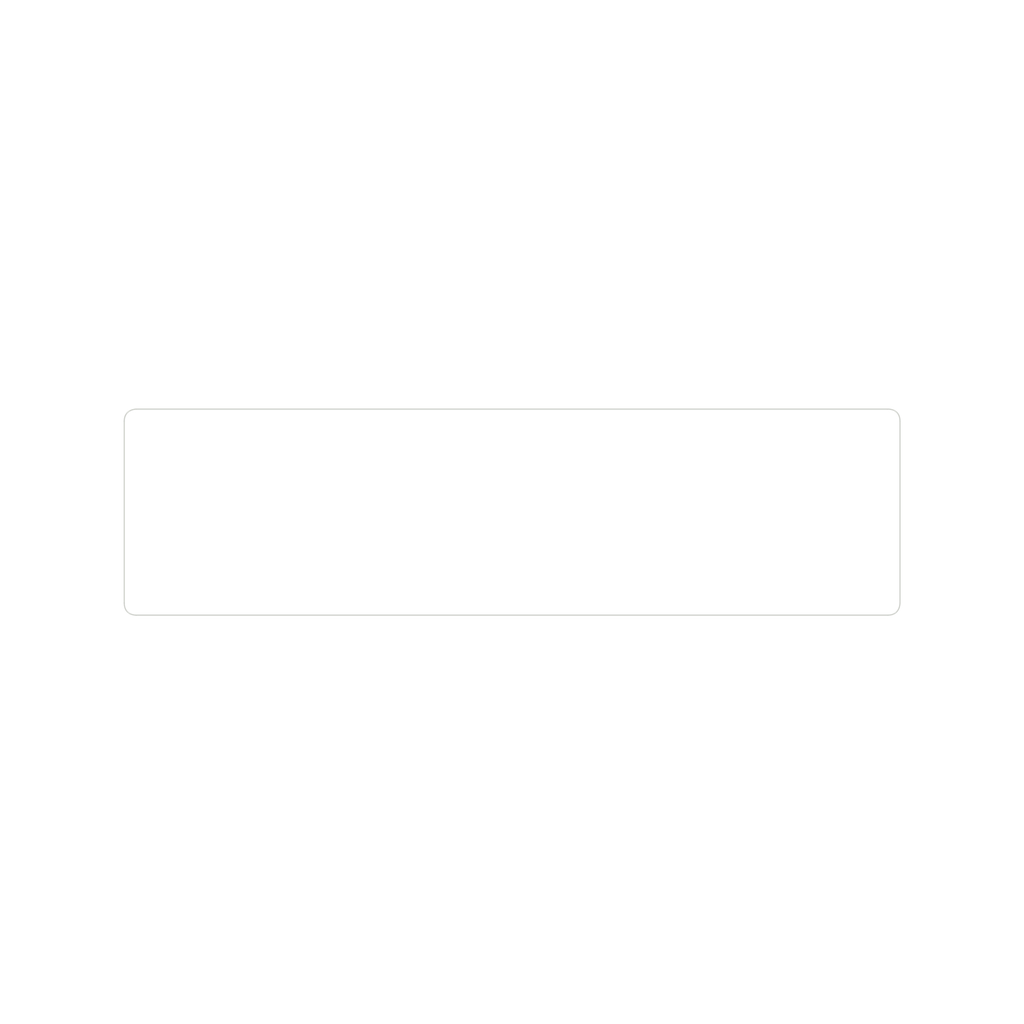
<source format=kicad_pcb>
(kicad_pcb
	(version 20241229)
	(generator "pcbnew")
	(generator_version "9.0")
	(general
		(thickness 1.6)
		(legacy_teardrops no)
	)
	(paper "A4")
	(layers
		(0 "F.Cu" signal)
		(4 "In1.Cu" signal)
		(6 "In2.Cu" signal)
		(2 "B.Cu" signal)
		(9 "F.Adhes" user "F.Adhesive")
		(11 "B.Adhes" user "B.Adhesive")
		(13 "F.Paste" user)
		(15 "B.Paste" user)
		(5 "F.SilkS" user "F.Silkscreen")
		(7 "B.SilkS" user "B.Silkscreen")
		(1 "F.Mask" user)
		(3 "B.Mask" user)
		(17 "Dwgs.User" user "User.Drawings")
		(19 "Cmts.User" user "User.Comments")
		(21 "Eco1.User" user "User.Eco1")
		(23 "Eco2.User" user "User.Eco2")
		(25 "Edge.Cuts" user)
		(27 "Margin" user)
		(31 "F.CrtYd" user "F.Courtyard")
		(29 "B.CrtYd" user "B.Courtyard")
		(35 "F.Fab" user)
		(33 "B.Fab" user)
		(39 "User.1" user)
		(41 "User.2" user)
		(43 "User.3" user)
		(45 "User.4" user)
	)
	(setup
		(stackup
			(layer "F.SilkS"
				(type "Top Silk Screen")
			)
			(layer "F.Paste"
				(type "Top Solder Paste")
			)
			(layer "F.Mask"
				(type "Top Solder Mask")
				(thickness 0.01)
			)
			(layer "F.Cu"
				(type "copper")
				(thickness 0.035)
			)
			(layer "dielectric 1"
				(type "prepreg")
				(thickness 0.2)
				(material "FR4")
				(epsilon_r 4.5)
				(loss_tangent 0.02)
			)
			(layer "In1.Cu"
				(type "copper")
				(thickness 0.035)
			)
			(layer "dielectric 2"
				(type "core")
				(thickness 1.04)
				(material "FR4")
				(epsilon_r 4.5)
				(loss_tangent 0.02)
			)
			(layer "In2.Cu"
				(type "copper")
				(thickness 0.035)
			)
			(layer "dielectric 3"
				(type "prepreg")
				(thickness 0.2)
				(material "FR4")
				(epsilon_r 4.5)
				(loss_tangent 0.02)
			)
			(layer "B.Cu"
				(type "copper")
				(thickness 0.035)
			)
			(layer "B.Mask"
				(type "Bottom Solder Mask")
				(thickness 0.01)
			)
			(layer "B.Paste"
				(type "Bottom Solder Paste")
			)
			(layer "B.SilkS"
				(type "Bottom Silk Screen")
			)
			(copper_finish "None")
			(dielectric_constraints no)
		)
		(pad_to_mask_clearance 0)
		(allow_soldermask_bridges_in_footprints no)
		(tenting front back)
		(pcbplotparams
			(layerselection 0x00000000_00000000_55555555_5755f5ff)
			(plot_on_all_layers_selection 0x00000000_00000000_00000000_00000000)
			(disableapertmacros no)
			(usegerberextensions yes)
			(usegerberattributes yes)
			(usegerberadvancedattributes no)
			(creategerberjobfile no)
			(dashed_line_dash_ratio 12.000000)
			(dashed_line_gap_ratio 3.000000)
			(svgprecision 4)
			(plotframeref no)
			(mode 1)
			(useauxorigin yes)
			(hpglpennumber 1)
			(hpglpenspeed 20)
			(hpglpendiameter 15.000000)
			(pdf_front_fp_property_popups yes)
			(pdf_back_fp_property_popups yes)
			(pdf_metadata yes)
			(pdf_single_document no)
			(dxfpolygonmode yes)
			(dxfimperialunits yes)
			(dxfusepcbnewfont yes)
			(psnegative no)
			(psa4output no)
			(plot_black_and_white yes)
			(plotinvisibletext no)
			(sketchpadsonfab no)
			(plotpadnumbers no)
			(hidednponfab no)
			(sketchdnponfab yes)
			(crossoutdnponfab yes)
			(subtractmaskfromsilk yes)
			(outputformat 1)
			(mirror no)
			(drillshape 0)
			(scaleselection 1)
			(outputdirectory "gerber/")
		)
	)
	(net 0 "")
	(gr_arc
		(start 160.499999 130)
		(mid 160.353552 130.353553)
		(end 159.999999 130.5)
		(stroke
			(width 0.5)
			(type default)
		)
		(layer "F.Paste")
		(uuid "00412d76-b2a4-4a3f-a793-01f36c00f6da")
	)
	(gr_arc
		(start 89.499999 94)
		(mid 89.146446 93.853553)
		(end 88.999999 93.5)
		(stroke
			(width 0.5)
			(type default)
		)
		(layer "F.Paste")
		(uuid "038f9a6f-a3bf-4677-a880-cf0248617dc6")
	)
	(gr_arc
		(start 89.499999 70)
		(mid 89.146446 69.853553)
		(end 88.999999 69.5)
		(stroke
			(width 0.5)
			(type default)
		)
		(layer "F.Paste")
		(uuid "03a6089a-0e37-4ccb-80f3-aab8cde74f70")
	)
	(gr_arc
		(start 172.999999 57.5)
		(mid 172.853552 57.853553)
		(end 172.499999 58)
		(stroke
			(width 0.5)
			(type default)
		)
		(layer "F.Paste")
		(uuid "03f6242e-506a-4d60-8284-c8f9d35d237a")
	)
	(gr_arc
		(start 161.499999 47)
		(mid 161.646446 46.646447)
		(end 161.999999 46.5)
		(stroke
			(width 0.5)
			(type default)
		)
		(layer "F.Paste")
		(uuid "041c7cc4-0b7e-4ee7-ae69-5363252fc6c5")
	)
	(gr_line
		(start 149.999999 130.5)
		(end 159.999999 130.5)
		(stroke
			(width 0.5)
			(type default)
		)
		(layer "F.Paste")
		(uuid "04a49d8d-c10f-4222-bea5-257de464b846")
	)
	(gr_circle
		(center 150.374999 49.75)
		(end 150.874999 49.75)
		(stroke
			(width 1)
			(type default)
		)
		(fill no)
		(layer "F.Paste")
		(uuid "05c38069-d949-4962-bffd-8ef43c5752f1")
	)
	(gr_circle
		(center 130.999999 49.75)
		(end 131.499999 49.75)
		(stroke
			(width 1)
			(type default)
		)
		(fill no)
		(layer "F.Paste")
		(uuid "0dc706bb-f31a-4daf-b0d3-cdf3cc935c40")
	)
	(gr_arc
		(start 172.999999 129.5)
		(mid 172.707106 130.207107)
		(end 171.999999 130.5)
		(stroke
			(width 0.5)
			(type default)
		)
		(layer "F.Paste")
		(uuid "10c58223-07ef-4001-8277-7e0e703ab16f")
	)
	(gr_line
		(start 172.999999 107.5)
		(end 172.999999 117.5)
		(stroke
			(width 0.5)
			(type default)
		)
		(layer "F.Paste")
		(uuid "130ec815-753f-4fcb-92cf-1ec84bcddffc")
	)
	(gr_circle
		(center 169.749999 88.5)
		(end 170.249999 88.5)
		(stroke
			(width 1)
			(type default)
		)
		(fill no)
		(layer "F.Paste")
		(uuid "161cec51-c984-4028-aa11-52ef864b215c")
	)
	(gr_arc
		(start 172.499999 119)
		(mid 172.853552 119.146447)
		(end 172.999999 119.5)
		(stroke
			(width 0.5)
			(type default)
		)
		(layer "F.Paste")
		(uuid "199b85d2-4438-4c65-b94f-fc006fff5fa2")
	)
	(gr_arc
		(start 88.999999 119.5)
		(mid 89.146446 119.146447)
		(end 89.499999 119)
		(stroke
			(width 0.5)
			(type default)
		)
		(layer "F.Paste")
		(uuid "1d3fbd5c-537c-45e0-be99-d1552047c662")
	)
	(gr_arc
		(start 100.499999 130)
		(mid 100.353552 130.353553)
		(end 99.999999 130.5)
		(stroke
			(width 0.5)
			(type default)
		)
		(layer "F.Paste")
		(uuid "2056e384-107a-4dc3-8c3e-23a663b31fb0")
	)
	(gr_line
		(start 88.999999 71.5)
		(end 88.999999 81.5)
		(stroke
			(width 0.5)
			(type default)
		)
		(layer "F.Paste")
		(uuid "23d7a30b-9a57-46e8-a10a-10282bf6746f")
	)
	(gr_arc
		(start 125.499999 47)
		(mid 125.646446 46.646447)
		(end 125.999999 46.5)
		(stroke
			(width 0.5)
			(type default)
		)
		(layer "F.Paste")
		(uuid "24232509-2c51-4df4-a446-5d7772a1ccdc")
	)
	(gr_line
		(start 161.999999 130.5)
		(end 171.999999 130.5)
		(stroke
			(width 0.5)
			(type default)
		)
		(layer "F.Paste")
		(uuid "25d68fe7-3b5c-4a4d-9b0f-a5e032973da7")
	)
	(gr_arc
		(start 113.999999 130.5)
		(mid 113.646446 130.353553)
		(end 113.499999 130)
		(stroke
			(width 0.5)
			(type default)
		)
		(layer "F.Paste")
		(uuid "2a5a92db-590b-4627-b07a-44591e2a02e2")
	)
	(gr_circle
		(center 92.249999 127.25)
		(end 92.774999 127.25)
		(stroke
			(width 1.05)
			(type default)
		)
		(fill no)
		(layer "F.Paste")
		(uuid "322c9ab1-1db7-4c8e-add1-b87a5dbb6b49")
	)
	(gr_arc
		(start 88.999999 71.5)
		(mid 89.146446 71.146447)
		(end 89.499999 71)
		(stroke
			(width 0.5)
			(type default)
		)
		(layer "F.Paste")
		(uuid "342cc330-f776-4a5f-92de-5ce910cc3325")
	)
	(gr_arc
		(start 137.499999 47)
		(mid 137.646446 46.646447)
		(end 137.999999 46.5)
		(stroke
			(width 0.5)
			(type default)
		)
		(layer "F.Paste")
		(uuid "3725c120-5e27-4ea9-9c03-a57e3fa9724e")
	)
	(gr_line
		(start 113.999999 130.5)
		(end 123.999999 130.5)
		(stroke
			(width 0.5)
			(type default)
		)
		(layer "F.Paste")
		(uuid "3825cc8d-1d82-483f-b4d0-5035abd48dc6")
	)
	(gr_arc
		(start 149.999999 130.5)
		(mid 149.646446 130.353553)
		(end 149.499999 130)
		(stroke
			(width 0.5)
			(type default)
		)
		(layer "F.Paste")
		(uuid "39a67eb1-dac5-46be-8eb2-0acbd26ea604")
	)
	(gr_line
		(start 172.999999 119.5)
		(end 172.999999 129.5)
		(stroke
			(width 0.5)
			(type default)
		)
		(layer "F.Paste")
		(uuid "3c85c114-2198-4e23-b5eb-add19eeae280")
	)
	(gr_arc
		(start 88.999999 59.5)
		(mid 89.146446 59.146447)
		(end 89.499999 59)
		(stroke
			(width 0.5)
			(type default)
		)
		(layer "F.Paste")
		(uuid "40371d7a-5cd5-4375-bc5e-1d514c99ed60")
	)
	(gr_arc
		(start 88.999999 83.5)
		(mid 89.146446 83.146447)
		(end 89.499999 83)
		(stroke
			(width 0.5)
			(type default)
		)
		(layer "F.Paste")
		(uuid "4121ffe3-41dc-41db-8e19-c0241e521a3f")
	)
	(gr_circle
		(center 92.249999 69.125)
		(end 92.749999 69.125)
		(stroke
			(width 1)
			(type default)
		)
		(fill no)
		(layer "F.Paste")
		(uuid "43152878-b02c-477b-b52a-95ec4c6201c4")
	)
	(gr_arc
		(start 172.499999 107)
		(mid 172.853552 107.146447)
		(end 172.999999 107.5)
		(stroke
			(width 0.5)
			(type default)
		)
		(layer "F.Paste")
		(uuid "452e5951-1af1-45b4-a705-34ba0e99a0a3")
	)
	(gr_line
		(start 89.999999 130.5)
		(end 99.999999 130.5)
		(stroke
			(width 0.5)
			(type default)
		)
		(layer "F.Paste")
		(uuid "45e91634-85c0-4fd0-9c4f-5d1eeadda7dc")
	)
	(gr_line
		(start 172.999999 59.5)
		(end 172.999999 69.5)
		(stroke
			(width 0.5)
			(type default)
		)
		(layer "F.Paste")
		(uuid "46cf8703-9e05-4f49-bbe0-73306b520bfa")
	)
	(gr_arc
		(start 149.499999 47)
		(mid 149.646446 46.646447)
		(end 149.999999 46.5)
		(stroke
			(width 0.5)
			(type default)
		)
		(layer "F.Paste")
		(uuid "476d21e5-82ca-43db-8ea0-e9fe663a3dd3")
	)
	(gr_arc
		(start 123.999999 46.5)
		(mid 124.353552 46.646447)
		(end 124.499999 47)
		(stroke
			(width 0.5)
			(type default)
		)
		(layer "F.Paste")
		(uuid "4e534d3b-20a9-43c0-85aa-07fc0ecd9dcd")
	)
	(gr_circle
		(center 92.249999 88.5)
		(end 92.749999 88.5)
		(stroke
			(width 1)
			(type default)
		)
		(fill no)
		(layer "F.Paste")
		(uuid "52951931-ce1d-419e-9d56-defbf3cc5929")
	)
	(gr_circle
		(center 111.624999 49.75)
		(end 112.124999 49.75)
		(stroke
			(width 1)
			(type default)
		)
		(fill no)
		(layer "F.Paste")
		(uuid "5318ccd7-2777-467f-931c-ed614d9b11f6")
	)
	(gr_circle
		(center 169.749999 49.75)
		(end 170.274999 49.75)
		(stroke
			(width 1.05)
			(type default)
		)
		(fill no)
		(layer "F.Paste")
		(uuid "560a10c3-1105-4439-bf0a-90e31cc43752")
	)
	(gr_circle
		(center 130.999999 127.25)
		(end 131.499999 127.25)
		(stroke
			(width 1)
			(type default)
		)
		(fill no)
		(layer "F.Paste")
		(uuid "56e8a86f-629d-4e9b-8b95-f9cb6c91835b")
	)
	(gr_circle
		(center 169.749999 127.25)
		(end 170.274999 127.25)
		(stroke
			(width 1.05)
			(type default)
		)
		(fill no)
		(layer "F.Paste")
		(uuid "580b7f99-ba1b-41a3-b619-6b7307aed523")
	)
	(gr_arc
		(start 172.999999 105.5)
		(mid 172.853552 105.853553)
		(end 172.499999 106)
		(stroke
			(width 0.5)
			(type default)
		)
		(layer "F.Paste")
		(uuid "5e3577e7-5452-4c42-8582-3819849ab1ff")
	)
	(gr_arc
		(start 101.499999 47)
		(mid 101.646446 46.646447)
		(end 101.999999 46.5)
		(stroke
			(width 0.5)
			(type default)
		)
		(layer "F.Paste")
		(uuid "6735d5db-4abf-4239-a762-3aca3ffddc74")
	)
	(gr_line
		(start 137.999999 130.5)
		(end 147.999999 130.5)
		(stroke
			(width 0.5)
			(type default)
		)
		(layer "F.Paste")
		(uuid "6a90e29b-bf81-40bd-a316-2bc1f3c542b5")
	)
	(gr_arc
		(start 171.999999 46.5)
		(mid 172.707106 46.792893)
		(end 172.999999 47.5)
		(stroke
			(width 0.5)
			(type default)
		)
		(layer "F.Paste")
		(uuid "6e73be95-3c62-44db-af03-9d64a8d96402")
	)
	(gr_arc
		(start 172.499999 83)
		(mid 172.853552 83.146447)
		(end 172.999999 83.5)
		(stroke
			(width 0.5)
			(type default)
		)
		(layer "F.Paste")
		(uuid "6ed7a51a-b19d-4e76-8a6c-e5844d883e8f")
	)
	(gr_arc
		(start 125.999999 130.5)
		(mid 125.646446 130.353553)
		(end 125.499999 130)
		(stroke
			(width 0.5)
			(type default)
		)
		(layer "F.Paste")
		(uuid "72d22904-bff7-4a6b-b61d-cd4d4198ce34")
	)
	(gr_line
		(start 149.999999 46.5)
		(end 159.999999 46.5)
		(stroke
			(width 0.5)
			(type default)
		)
		(layer "F.Paste")
		(uuid "7934fbc0-0297-4aa0-ab3f-3ee58144a5fd")
	)
	(gr_arc
		(start 88.999999 47.5)
		(mid 89.292892 46.792893)
		(end 89.999999 46.5)
		(stroke
			(width 0.5)
			(type default)
		)
		(layer "F.Paste")
		(uuid "7a580ec8-e3c9-4f65-ad23-ccc08e40568c")
	)
	(gr_arc
		(start 136.499999 130)
		(mid 136.353552 130.353553)
		(end 135.999999 130.5)
		(stroke
			(width 0.5)
			(type default)
		)
		(layer "F.Paste")
		(uuid "7a91d2fe-5c51-4d77-853d-3c9522153bc6")
	)
	(gr_line
		(start 137.999999 46.5)
		(end 147.999999 46.5)
		(stroke
			(width 0.5)
			(type default)
		)
		(layer "F.Paste")
		(uuid "823aa4c7-3f97-4636-96dd-7c8de8ef2f2b")
	)
	(gr_arc
		(start 147.999999 46.5)
		(mid 148.353552 46.646447)
		(end 148.499999 47)
		(stroke
			(width 0.5)
			(type default)
		)
		(layer "F.Paste")
		(uuid "84b6157d-a28c-4143-8812-8e969a909cba")
	)
	(gr_arc
		(start 137.999999 130.5)
		(mid 137.646446 130.353553)
		(end 137.499999 130)
		(stroke
			(width 0.5)
			(type default)
		)
		(layer "F.Paste")
		(uuid "866da706-aa4b-42d4-a661-2c2e33233527")
	)
	(gr_arc
		(start 172.499999 95)
		(mid 172.853552 95.146447)
		(end 172.999999 95.5)
		(stroke
			(width 0.5)
			(type default)
		)
		(layer "F.Paste")
		(uuid "8941777b-e780-4180-acd3-54c5e276697d")
	)
	(gr_arc
		(start 89.999999 130.5)
		(mid 89.292892 130.207107)
		(end 88.999999 129.5)
		(stroke
			(width 0.5)
			(type default)
		)
		(layer "F.Paste")
		(uuid "8cd97192-7bcf-4e2b-8d91-ab03c6ae85b0")
	)
	(gr_arc
		(start 101.999999 130.5)
		(mid 101.646446 130.353553)
		(end 101.499999 130)
		(stroke
			(width 0.5)
			(type default)
		)
		(layer "F.Paste")
		(uuid "8d5c3279-4275-4f5d-9614-7e6af3592c7c")
	)
	(gr_arc
		(start 172.999999 93.5)
		(mid 172.853552 93.853553)
		(end 172.499999 94)
		(stroke
			(width 0.5)
			(type default)
		)
		(layer "F.Paste")
		(uuid "8fc2f464-19e2-418c-b708-ad21cc75216a")
	)
	(gr_line
		(start 125.999999 46.5)
		(end 135.999999 46.5)
		(stroke
			(width 0.5)
			(type default)
		)
		(layer "F.Paste")
		(uuid "90e6b101-3cd9-4b48-9eb2-d28cd3cde3f6")
	)
	(gr_circle
		(center 92.249999 107.875)
		(end 92.749999 107.875)
		(stroke
			(width 1)
			(type default)
		)
		(fill no)
		(layer "F.Paste")
		(uuid "9316738a-8990-4418-930c-0e8a40413c9e")
	)
	(gr_arc
		(start 112.499999 130)
		(mid 112.353552 130.353553)
		(end 111.999999 130.5)
		(stroke
			(width 0.5)
			(type default)
		)
		(layer "F.Paste")
		(uuid "982cc211-6ce1-41c0-87ce-96220c39fe9b")
	)
	(gr_arc
		(start 148.499999 130)
		(mid 148.353552 130.353553)
		(end 147.999999 130.5)
		(stroke
			(width 0.5)
			(type default)
		)
		(layer "F.Paste")
		(uuid "9848eb2e-62bf-4f79-ab7b-536d303e9b40")
	)
	(gr_arc
		(start 88.999999 107.5)
		(mid 89.146446 107.146447)
		(end 89.499999 107)
		(stroke
			(width 0.5)
			(type default)
		)
		(layer "F.Paste")
		(uuid "a43b5590-2962-4601-a978-7ec1a275ef9b")
	)
	(gr_line
		(start 88.999999 59.5)
		(end 88.999999 69.5)
		(stroke
			(width 0.5)
			(type default)
		)
		(layer "F.Paste")
		(uuid "a723ca3e-df95-4108-bd6e-08028aeb0ace")
	)
	(gr_arc
		(start 89.499999 118)
		(mid 89.146446 117.853553)
		(end 88.999999 117.5)
		(stroke
			(width 0.5)
			(type default)
		)
		(layer "F.Paste")
		(uuid "ac1fcc62-4721-45ae-9377-7f47bd7598fe")
	)
	(gr_circle
		(center 169.749999 107.875)
		(end 170.249999 107.875)
		(stroke
			(width 1)
			(type default)
		)
		(fill no)
		(layer "F.Paste")
		(uuid "ad51b0d3-2579-432a-9c82-aecac5728321")
	)
	(gr_line
		(start 88.999999 47.5)
		(end 88.999999 57.5)
		(stroke
			(width 0.5)
			(type default)
		)
		(layer "F.Paste")
		(uuid "b3e2d6b8-712e-4eb1-b16c-93c48ee8e852")
	)
	(gr_line
		(start 88.999999 119.5)
		(end 88.999999 129.5)
		(stroke
			(width 0.5)
			(type default)
		)
		(layer "F.Paste")
		(uuid "b4806e8b-e6fe-40a1-aa7e-79ebd99a38e4")
	)
	(gr_line
		(start 172.999999 83.5)
		(end 172.999999 93.5)
		(stroke
			(width 0.5)
			(type default)
		)
		(layer "F.Paste")
		(uuid "b5588736-0895-4273-94e9-946319c32a2d")
	)
	(gr_line
		(start 172.999999 71.5)
		(end 172.999999 81.5)
		(stroke
			(width 0.5)
			(type default)
		)
		(layer "F.Paste")
		(uuid "b65873e2-d956-4e96-836e-ffd991701c5a")
	)
	(gr_line
		(start 161.999999 46.5)
		(end 171.999999 46.5)
		(stroke
			(width 0.5)
			(type default)
		)
		(layer "F.Paste")
		(uuid "b8e92ac2-ac72-46b2-a57e-6bc805769d30")
	)
	(gr_circle
		(center 111.624999 127.25)
		(end 112.124999 127.25)
		(stroke
			(width 1)
			(type default)
		)
		(fill no)
		(layer "F.Paste")
		(uuid "b9609ed4-4532-4846-bb76-459a26133f0c")
	)
	(gr_circle
		(center 92.249999 49.75)
		(end 92.774999 49.75)
		(stroke
			(width 1.05)
			(type default)
		)
		(fill no)
		(layer "F.Paste")
		(uuid "c66ae387-f09d-42be-aa92-e183a45b84b8")
	)
	(gr_line
		(start 125.999999 130.5)
		(end 135.999999 130.5)
		(stroke
			(width 0.5)
			(type default)
		)
		(layer "F.Paste")
		(uuid "c776d5d2-f3fd-4803-ab46-ca7944667d32")
	)
	(gr_arc
		(start 111.999999 46.5)
		(mid 112.353552 46.646447)
		(end 112.499999 47)
		(stroke
			(width 0.5)
			(type default)
		)
		(layer "F.Paste")
		(uuid "ca9c4444-3b08-46bb-a7d3-8bf7441cc2e9")
	)
	(gr_line
		(start 113.999999 46.5)
		(end 123.999999 46.5)
		(stroke
			(width 0.5)
			(type default)
		)
		(layer "F.Paste")
		(uuid "cc3bf7e4-9a3f-4c14-b3c5-267d06264749")
	)
	(gr_circle
		(center 150.374999 127.25)
		(end 150.874999 127.25)
		(stroke
			(width 1)
			(type default)
		)
		(fill no)
		(layer "F.Paste")
		(uuid "cd66a3d5-2877-42d2-a20c-eafd47cb22db")
	)
	(gr_line
		(start 88.999999 107.5)
		(end 88.999999 117.5)
		(stroke
			(width 0.5)
			(type default)
		)
		(layer "F.Paste")
		(uuid "cd8c1b0a-5239-47a3-bdd3-aec2bc745cab")
	)
	(gr_line
		(start 172.999999 95.5)
		(end 172.999999 105.5)
		(stroke
			(width 0.5)
			(type default)
		)
		(layer "F.Paste")
		(uuid "ce009a87-f6ba-4835-83a2-639a0b11efde")
	)
	(gr_arc
		(start 124.499999 130)
		(mid 124.353552 130.353553)
		(end 123.999999 130.5)
		(stroke
			(width 0.5)
			(type default)
		)
		(layer "F.Paste")
		(uuid "d4ab4e41-4a1f-4f73-b7c2-0b08c4f74941")
	)
	(gr_line
		(start 101.999999 46.5)
		(end 111.999999 46.5)
		(stroke
			(width 0.5)
			(type default)
		)
		(layer "F.Paste")
		(uuid "d5881145-57d0-4289-a3ae-bead3b414459")
	)
	(gr_arc
		(start 159.999999 46.5)
		(mid 160.353552 46.646447)
		(end 160.499999 47)
		(stroke
			(width 0.5)
			(type default)
		)
		(layer "F.Paste")
		(uuid "db1d596f-4ee8-47e8-93ad-cdf6b54468f0")
	)
	(gr_line
		(start 101.999999 130.5)
		(end 111.999999 130.5)
		(stroke
			(width 0.5)
			(type default)
		)
		(layer "F.Paste")
		(uuid "e501e78c-cc0a-4a57-8ead-546cefd59867")
	)
	(gr_line
		(start 172.999999 47.5)
		(end 172.999999 57.5)
		(stroke
			(width 0.5)
			(type default)
		)
		(layer "F.Paste")
		(uuid "e69ee9fe-ca76-43ea-8f76-0522f41cf9cd")
	)
	(gr_arc
		(start 99.999999 46.5)
		(mid 100.353552 46.646447)
		(end 100.499999 47)
		(stroke
			(width 0.5)
			(type default)
		)
		(layer "F.Paste")
		(uuid "e89cb35e-fe48-44bf-bb9e-f3de0a5a6c79")
	)
	(gr_arc
		(start 135.999999 46.5)
		(mid 136.353552 46.646447)
		(end 136.499999 47)
		(stroke
			(width 0.5)
			(type default)
		)
		(layer "F.Paste")
		(uuid "e9cb56bf-583a-4961-b4b3-bd115275b485")
	)
	(gr_arc
		(start 88.999999 95.5)
		(mid 89.146446 95.146447)
		(end 89.499999 95)
		(stroke
			(width 0.5)
			(type default)
		)
		(layer "F.Paste")
		(uuid "ea0aa091-df90-4a48-ade0-7827bb9cde2d")
	)
	(gr_arc
		(start 89.499999 106)
		(mid 89.146446 105.853553)
		(end 88.999999 105.5)
		(stroke
			(width 0.5)
			(type default)
		)
		(layer "F.Paste")
		(uuid "ea6d9ed3-75fd-4bd6-89ab-6b766daf03f3")
	)
	(gr_line
		(start 88.999999 95.5)
		(end 88.999999 105.5)
		(stroke
			(width 0.5)
			(type default)
		)
		(layer "F.Paste")
		(uuid "ea82c36f-e5f9-4986-ad80-e1aca87928f1")
	)
	(gr_line
		(start 89.999999 46.5)
		(end 99.999999 46.5)
		(stroke
			(width 0.5)
			(type default)
		)
		(layer "F.Paste")
		(uuid "eacfefea-52e8-4aeb-a5e7-9f08ea095ea0")
	)
	(gr_arc
		(start 172.999999 69.5)
		(mid 172.853552 69.853553)
		(end 172.499999 70)
		(stroke
			(width 0.5)
			(type default)
		)
		(layer "F.Paste")
		(uuid "ee894313-fa46-4afb-aa56-71ccd468e609")
	)
	(gr_line
		(start 88.999999 83.5)
		(end 88.999999 93.5)
		(stroke
			(width 0.5)
			(type default)
		)
		(layer "F.Paste")
		(uuid "f42142ff-fa3f-4891-9206-71e8e370e40e")
	)
	(gr_arc
		(start 161.999999 130.5)
		(mid 161.646446 130.353553)
		(end 161.499999 130)
		(stroke
			(width 0.5)
			(type default)
		)
		(layer "F.Paste")
		(uuid "f4557add-689e-428d-90e4-1654ed7cb902")
	)
	(gr_arc
		(start 113.499999 47)
		(mid 113.646446 46.646447)
		(end 113.999999 46.5)
		(stroke
			(width 0.5)
			(type default)
		)
		(layer "F.Paste")
		(uuid "f7f07d71-7fbf-4d24-85b0-9a9f5a360717")
	)
	(gr_circle
		(center 169.749999 69.125)
		(end 170.249999 69.125)
		(stroke
			(width 1)
			(type default)
		)
		(fill no)
		(layer "F.Paste")
		(uuid "f82d95f5-d0f5-4566-a7af-9408c29af930")
	)
	(gr_arc
		(start 172.499999 71)
		(mid 172.853552 71.146447)
		(end 172.999999 71.5)
		(stroke
			(width 0.5)
			(type default)
		)
		(layer "F.Paste")
		(uuid "f942ded9-2f4e-430f-8af0-16fee550342d")
	)
	(gr_arc
		(start 172.999999 117.5)
		(mid 172.853552 117.853553)
		(end 172.499999 118)
		(stroke
			(width 0.5)
			(type default)
		)
		(layer "F.Paste")
		(uuid "f95891be-76c0-420a-a586-466621de099b")
	)
	(gr_arc
		(start 89.499999 82)
		(mid 89.146446 81.853553)
		(end 88.999999 81.5)
		(stroke
			(width 0.5)
			(type default)
		)
		(layer "F.Paste")
		(uuid "f9ae28aa-5bea-4193-9c9a-f1bc82a86780")
	)
	(gr_arc
		(start 89.499999 58)
		(mid 89.146446 57.853553)
		(end 88.999999 57.5)
		(stroke
			(width 0.5)
			(type default)
		)
		(layer "F.Paste")
		(uuid "fa01b66c-f681-4b54-a29a-80d3f1af7203")
	)
	(gr_arc
		(start 172.499999 59)
		(mid 172.853552 59.146447)
		(end 172.999999 59.5)
		(stroke
			(width 0.5)
			(type default)
		)
		(layer "F.Paste")
		(uuid "fb170234-57b2-4307-9e47-f5b9bc53a133")
	)
	(gr_arc
		(start 172.999999 81.5)
		(mid 172.853552 81.853553)
		(end 172.499999 82)
		(stroke
			(width 0.5)
			(type default)
		)
		(layer "F.Paste")
		(uuid "ff5ae757-630d-47e7-86f9-41954bbfa1dd")
	)
	(gr_arc
		(start 172.999999 129.5)
		(mid 172.707106 130.207107)
		(end 171.999999 130.5)
		(stroke
			(width 0.5)
			(type default)
		)
		(layer "B.Paste")
		(uuid "01d616c8-2937-4050-973d-6045703e7748")
	)
	(gr_arc
		(start 172.999999 117.5)
		(mid 172.853552 117.853553)
		(end 172.499999 118)
		(stroke
			(width 0.5)
			(type default)
		)
		(layer "B.Paste")
		(uuid "04c1a9ae-6271-4356-bc05-0f0bff40a731")
	)
	(gr_arc
		(start 88.999999 95.5)
		(mid 89.146446 95.146447)
		(end 89.499999 95)
		(stroke
			(width 0.5)
			(type default)
		)
		(layer "B.Paste")
		(uuid "05ecc703-638e-498b-b0b5-4376fbe28f82")
	)
	(gr_line
		(start 88.999999 119.5)
		(end 88.999999 129.5)
		(stroke
			(width 0.5)
			(type default)
		)
		(layer "B.Paste")
		(uuid "09533e89-bafb-4c9d-a694-c259548bf602")
	)
	(gr_arc
		(start 111.999999 46.5)
		(mid 112.353552 46.646447)
		(end 112.499999 47)
		(stroke
			(width 0.5)
			(type default)
		)
		(layer "B.Paste")
		(uuid "0aa26194-5c91-4429-b9e6-47a3bc24668c")
	)
	(gr_arc
		(start 172.999999 57.5)
		(mid 172.853552 57.853553)
		(end 172.499999 58)
		(stroke
			(width 0.5)
			(type default)
		)
		(layer "B.Paste")
		(uuid "0aec24fe-a984-4467-b7e7-0351b77cce50")
	)
	(gr_circle
		(center 111.624999 49.75)
		(end 112.124999 49.75)
		(stroke
			(width 1)
			(type default)
		)
		(fill no)
		(layer "B.Paste")
		(uuid "0b1feb39-10cb-4ce4-9b8e-4b66b69f2d4c")
	)
	(gr_circle
		(center 169.749999 88.5)
		(end 170.249999 88.5)
		(stroke
			(width 1)
			(type default)
		)
		(fill no)
		(layer "B.Paste")
		(uuid "0dd1d357-f799-4b81-b67a-69b988fd83f8")
	)
	(gr_arc
		(start 89.499999 106)
		(mid 89.146446 105.853553)
		(end 88.999999 105.5)
		(stroke
			(width 0.5)
			(type default)
		)
		(layer "B.Paste")
		(uuid "0e366057-81c4-472e-8bbc-06793464ce67")
	)
	(gr_line
		(start 149.999999 46.5)
		(end 159.999999 46.5)
		(stroke
			(width 0.5)
			(type default)
		)
		(layer "B.Paste")
		(uuid "10a77bd6-2da5-4ae5-8f2f-41f6f80e5ad5")
	)
	(gr_arc
		(start 172.499999 107)
		(mid 172.853552 107.146447)
		(end 172.999999 107.5)
		(stroke
			(width 0.5)
			(type default)
		)
		(layer "B.Paste")
		(uuid "13e9230f-0bcd-4c10-b595-aa6d09f3284a")
	)
	(gr_arc
		(start 88.999999 107.5)
		(mid 89.146446 107.146447)
		(end 89.499999 107)
		(stroke
			(width 0.5)
			(type default)
		)
		(layer "B.Paste")
		(uuid "176ec967-2e14-4f3c-a4bb-4381683d2a93")
	)
	(gr_arc
		(start 125.499999 47)
		(mid 125.646446 46.646447)
		(end 125.999999 46.5)
		(stroke
			(width 0.5)
			(type default)
		)
		(layer "B.Paste")
		(uuid "1dd26365-6cef-48f5-94ea-df029c2aabd9")
	)
	(gr_arc
		(start 136.499999 130)
		(mid 136.353552 130.353553)
		(end 135.999999 130.5)
		(stroke
			(width 0.5)
			(type default)
		)
		(layer "B.Paste")
		(uuid "228e6e57-c73f-406f-a428-73526a16eddc")
	)
	(gr_arc
		(start 113.999999 130.5)
		(mid 113.646446 130.353553)
		(end 113.499999 130)
		(stroke
			(width 0.5)
			(type default)
		)
		(layer "B.Paste")
		(uuid "266f9cde-3216-4570-a9b4-c69b454340e4")
	)
	(gr_line
		(start 172.999999 95.5)
		(end 172.999999 105.5)
		(stroke
			(width 0.5)
			(type default)
		)
		(layer "B.Paste")
		(uuid "27e8aa3a-8bf3-4662-9825-06b358ba3088")
	)
	(gr_arc
		(start 148.499999 130)
		(mid 148.353552 130.353553)
		(end 147.999999 130.5)
		(stroke
			(width 0.5)
			(type default)
		)
		(layer "B.Paste")
		(uuid "2eabfb72-b6d1-4a1c-ba1c-a3dba94916fa")
	)
	(gr_arc
		(start 100.499999 130)
		(mid 100.353552 130.353553)
		(end 99.999999 130.5)
		(stroke
			(width 0.5)
			(type default)
		)
		(layer "B.Paste")
		(uuid "3424d0ae-c755-4f9b-adad-b3231208183d")
	)
	(gr_arc
		(start 88.999999 83.5)
		(mid 89.146446 83.146447)
		(end 89.499999 83)
		(stroke
			(width 0.5)
			(type default)
		)
		(layer "B.Paste")
		(uuid "3aaae7a7-f3b1-4328-95c2-67ba72892da9")
	)
	(gr_arc
		(start 88.999999 119.5)
		(mid 89.146446 119.146447)
		(end 89.499999 119)
		(stroke
			(width 0.5)
			(type default)
		)
		(layer "B.Paste")
		(uuid "3b90661c-a709-4088-8faa-ad5c1484970e")
	)
	(gr_line
		(start 88.999999 71.5)
		(end 88.999999 81.5)
		(stroke
			(width 0.5)
			(type default)
		)
		(layer "B.Paste")
		(uuid "3d2c2368-2442-4975-9352-6b57489f465d")
	)
	(gr_line
		(start 172.999999 119.5)
		(end 172.999999 129.5)
		(stroke
			(width 0.5)
			(type default)
		)
		(layer "B.Paste")
		(uuid "4006eb26-9228-436d-83eb-040c938f4066")
	)
	(gr_arc
		(start 149.499999 47)
		(mid 149.646446 46.646447)
		(end 149.999999 46.5)
		(stroke
			(width 0.5)
			(type default)
		)
		(layer "B.Paste")
		(uuid "422902ea-ee0a-4cbc-b9bb-7dc3c8e9a79a")
	)
	(gr_arc
		(start 135.999999 46.5)
		(mid 136.353552 46.646447)
		(end 136.499999 47)
		(stroke
			(width 0.5)
			(type default)
		)
		(layer "B.Paste")
		(uuid "43500bbe-26fe-4c50-9edb-5585aa1f7321")
	)
	(gr_arc
		(start 101.499999 47)
		(mid 101.646446 46.646447)
		(end 101.999999 46.5)
		(stroke
			(width 0.5)
			(type default)
		)
		(layer "B.Paste")
		(uuid "437f1b8d-6d23-48dc-8a00-b6ad0ec0d946")
	)
	(gr_arc
		(start 172.499999 119)
		(mid 172.853552 119.146447)
		(end 172.999999 119.5)
		(stroke
			(width 0.5)
			(type default)
		)
		(layer "B.Paste")
		(uuid "46c8d3b0-cace-4626-afe9-39667d80663d")
	)
	(gr_line
		(start 89.999999 130.5)
		(end 99.999999 130.5)
		(stroke
			(width 0.5)
			(type default)
		)
		(layer "B.Paste")
		(uuid "4fff0e8a-402e-4607-aeb4-ca9598e03603")
	)
	(gr_line
		(start 125.999999 46.5)
		(end 135.999999 46.5)
		(stroke
			(width 0.5)
			(type default)
		)
		(layer "B.Paste")
		(uuid "54d7149f-529a-4304-b4f6-1ffe0a96749e")
	)
	(gr_line
		(start 149.999999 130.5)
		(end 159.999999 130.5)
		(stroke
			(width 0.5)
			(type default)
		)
		(layer "B.Paste")
		(uuid "5806a56e-8690-4a28-ae37-dcf2779c213b")
	)
	(gr_arc
		(start 89.499999 58)
		(mid 89.146446 57.853553)
		(end 88.999999 57.5)
		(stroke
			(width 0.5)
			(type default)
		)
		(layer "B.Paste")
		(uuid "5bd95833-85af-4a73-b4ee-a1011bd206e6")
	)
	(gr_circle
		(center 92.249999 69.125)
		(end 92.749999 69.125)
		(stroke
			(width 1)
			(type default)
		)
		(fill no)
		(layer "B.Paste")
		(uuid "64a8a8cb-b071-40ff-9300-e3ad580d510a")
	)
	(gr_circle
		(center 150.374999 127.25)
		(end 150.874999 127.25)
		(stroke
			(width 1)
			(type default)
		)
		(fill no)
		(layer "B.Paste")
		(uuid "64e1a891-d29d-47da-83f4-28ab1320d737")
	)
	(gr_line
		(start 88.999999 107.5)
		(end 88.999999 117.5)
		(stroke
			(width 0.5)
			(type default)
		)
		(layer "B.Paste")
		(uuid "67892f3e-2808-4cbd-8cfe-a933116f8ca5")
	)
	(gr_circle
		(center 169.749999 49.75)
		(end 170.274999 49.75)
		(stroke
			(width 1.05)
			(type default)
		)
		(fill no)
		(layer "B.Paste")
		(uuid "6e11879c-257c-49e9-b68c-cc872d3d5ee9")
	)
	(gr_arc
		(start 113.499999 47)
		(mid 113.646446 46.646447)
		(end 113.999999 46.5)
		(stroke
			(width 0.5)
			(type default)
		)
		(layer "B.Paste")
		(uuid "6f316ef7-41a7-4afd-8f89-5bfa1abc6f88")
	)
	(gr_circle
		(center 92.249999 88.5)
		(end 92.749999 88.5)
		(stroke
			(width 1)
			(type default)
		)
		(fill no)
		(layer "B.Paste")
		(uuid "6f6021ea-1a49-46d8-90f8-70ddea40fa05")
	)
	(gr_circle
		(center 169.749999 127.25)
		(end 170.274999 127.25)
		(stroke
			(width 1.05)
			(type default)
		)
		(fill no)
		(layer "B.Paste")
		(uuid "7065a4c5-e33a-4d8b-8345-804ac423decf")
	)
	(gr_line
		(start 89.999999 46.5)
		(end 99.999999 46.5)
		(stroke
			(width 0.5)
			(type default)
		)
		(layer "B.Paste")
		(uuid "7881a098-4592-4067-96ac-29fb2db83877")
	)
	(gr_arc
		(start 161.499999 47)
		(mid 161.646446 46.646447)
		(end 161.999999 46.5)
		(stroke
			(width 0.5)
			(type default)
		)
		(layer "B.Paste")
		(uuid "7cb02b27-a9e3-4b11-9098-5efc241bfcaa")
	)
	(gr_arc
		(start 99.999999 46.5)
		(mid 100.353552 46.646447)
		(end 100.499999 47)
		(stroke
			(width 0.5)
			(type default)
		)
		(layer "B.Paste")
		(uuid "7d43c7b8-c4a0-4e4a-a8ea-8e1590d8fcf2")
	)
	(gr_arc
		(start 88.999999 47.5)
		(mid 89.292892 46.792893)
		(end 89.999999 46.5)
		(stroke
			(width 0.5)
			(type default)
		)
		(layer "B.Paste")
		(uuid "7d551db3-bef5-4e9c-ae88-509066972da9")
	)
	(gr_circle
		(center 92.249999 49.75)
		(end 92.774999 49.75)
		(stroke
			(width 1.05)
			(type default)
		)
		(fill no)
		(layer "B.Paste")
		(uuid "7e1ec63b-0c47-4073-b472-fdd752e5c16a")
	)
	(gr_line
		(start 88.999999 95.5)
		(end 88.999999 105.5)
		(stroke
			(width 0.5)
			(type default)
		)
		(layer "B.Paste")
		(uuid "85f9ea35-a2f8-4214-a33a-798829cbff90")
	)
	(gr_line
		(start 137.999999 46.5)
		(end 147.999999 46.5)
		(stroke
			(width 0.5)
			(type default)
		)
		(layer "B.Paste")
		(uuid "884ab817-1e60-41ec-b487-7780fdaa8d4f")
	)
	(gr_arc
		(start 172.499999 83)
		(mid 172.853552 83.146447)
		(end 172.999999 83.5)
		(stroke
			(width 0.5)
			(type default)
		)
		(layer "B.Paste")
		(uuid "8aa4970e-17f6-488f-9a33-a8aca3f9b76b")
	)
	(gr_line
		(start 172.999999 59.5)
		(end 172.999999 69.5)
		(stroke
			(width 0.5)
			(type default)
		)
		(layer "B.Paste")
		(uuid "8ab11efd-2c61-42b5-aac4-dde1614bedd3")
	)
	(gr_line
		(start 113.999999 46.5)
		(end 123.999999 46.5)
		(stroke
			(width 0.5)
			(type default)
		)
		(layer "B.Paste")
		(uuid "8c8882a4-482e-48b0-81f0-c48cca3c6640")
	)
	(gr_arc
		(start 172.999999 81.5)
		(mid 172.853552 81.853553)
		(end 172.499999 82)
		(stroke
			(width 0.5)
			(type default)
		)
		(layer "B.Paste")
		(uuid "9647c6de-126f-49f6-a902-29cf5093f092")
	)
	(gr_arc
		(start 172.999999 69.5)
		(mid 172.853552 69.853553)
		(end 172.499999 70)
		(stroke
			(width 0.5)
			(type default)
		)
		(layer "B.Paste")
		(uuid "96a429c5-a5f0-4c08-87a6-fbd00a1197d7")
	)
	(gr_arc
		(start 124.499999 130)
		(mid 124.353552 130.353553)
		(end 123.999999 130.5)
		(stroke
			(width 0.5)
			(type default)
		)
		(layer "B.Paste")
		(uuid "96f1beca-b9f5-48df-8df1-3df354e9ab55")
	)
	(gr_line
		(start 101.999999 46.5)
		(end 111.999999 46.5)
		(stroke
			(width 0.5)
			(type default)
		)
		(layer "B.Paste")
		(uuid "988f697b-d756-4414-9993-d09501068e1d")
	)
	(gr_line
		(start 88.999999 59.5)
		(end 88.999999 69.5)
		(stroke
			(width 0.5)
			(type default)
		)
		(layer "B.Paste")
		(uuid "9b44e243-1285-4e46-a5e8-d2b5b6148e05")
	)
	(gr_line
		(start 101.999999 130.5)
		(end 111.999999 130.5)
		(stroke
			(width 0.5)
			(type default)
		)
		(layer "B.Paste")
		(uuid "9fcde59c-7a1a-4686-ad19-f92de9655d9c")
	)
	(gr_arc
		(start 88.999999 59.5)
		(mid 89.146446 59.146447)
		(end 89.499999 59)
		(stroke
			(width 0.5)
			(type default)
		)
		(layer "B.Paste")
		(uuid "a030768a-8d37-4036-a0d5-4bfba71f620d")
	)
	(gr_line
		(start 172.999999 83.5)
		(end 172.999999 93.5)
		(stroke
			(width 0.5)
			(type default)
		)
		(layer "B.Paste")
		(uuid "a0e0a248-118b-41ad-a8ab-e1ea8dd4a3c0")
	)
	(gr_circle
		(center 150.374999 49.75)
		(end 150.874999 49.75)
		(stroke
			(width 1)
			(type default)
		)
		(fill no)
		(layer "B.Paste")
		(uuid "a6074f63-b819-4139-acda-9d457c1ee0dc")
	)
	(gr_arc
		(start 125.999999 130.5)
		(mid 125.646446 130.353553)
		(end 125.499999 130)
		(stroke
			(width 0.5)
			(type default)
		)
		(layer "B.Paste")
		(uuid "aa8c2183-092e-45f2-8231-1e547522a9c9")
	)
	(gr_arc
		(start 101.999999 130.5)
		(mid 101.646446 130.353553)
		(end 101.499999 130)
		(stroke
			(width 0.5)
			(type default)
		)
		(layer "B.Paste")
		(uuid "ac29bcb2-c24f-4ffd-b215-d6758a930d01")
	)
	(gr_arc
		(start 112.499999 130)
		(mid 112.353552 130.353553)
		(end 111.999999 130.5)
		(stroke
			(width 0.5)
			(type default)
		)
		(layer "B.Paste")
		(uuid "adc80d66-3e54-45bc-a6ba-2e83efb4f1bc")
	)
	(gr_arc
		(start 160.499999 130)
		(mid 160.353552 130.353553)
		(end 159.999999 130.5)
		(stroke
			(width 0.5)
			(type default)
		)
		(layer "B.Paste")
		(uuid "adf8e24f-498c-4c56-98ba-ff8ba9687655")
	)
	(gr_line
		(start 172.999999 71.5)
		(end 172.999999 81.5)
		(stroke
			(width 0.5)
			(type default)
		)
		(layer "B.Paste")
		(uuid "aecb011c-7411-435b-8b16-1218d2d898a0")
	)
	(gr_line
		(start 137.999999 130.5)
		(end 147.999999 130.5)
		(stroke
			(width 0.5)
			(type default)
		)
		(layer "B.Paste")
		(uuid "aee22b63-7bd1-456a-85e2-5b2535be97ec")
	)
	(gr_arc
		(start 89.999999 130.5)
		(mid 89.292892 130.207107)
		(end 88.999999 129.5)
		(stroke
			(width 0.5)
			(type default)
		)
		(layer "B.Paste")
		(uuid "b0abe305-868c-46a3-8e88-72fda277a840")
	)
	(gr_arc
		(start 137.499999 47)
		(mid 137.646446 46.646447)
		(end 137.999999 46.5)
		(stroke
			(width 0.5)
			(type default)
		)
		(layer "B.Paste")
		(uuid "b170e12f-fb41-47c2-8b83-5004872d0bd5")
	)
	(gr_arc
		(start 88.999999 71.5)
		(mid 89.146446 71.146447)
		(end 89.499999 71)
		(stroke
			(width 0.5)
			(type default)
		)
		(layer "B.Paste")
		(uuid "b2b8c502-6b7c-4836-bf79-0d3e8078d03f")
	)
	(gr_arc
		(start 89.499999 70)
		(mid 89.146446 69.853553)
		(end 88.999999 69.5)
		(stroke
			(width 0.5)
			(type default)
		)
		(layer "B.Paste")
		(uuid "b38c6099-3632-444b-9e5e-f662318ae196")
	)
	(gr_line
		(start 161.999999 46.5)
		(end 171.999999 46.5)
		(stroke
			(width 0.5)
			(type default)
		)
		(layer "B.Paste")
		(uuid "b5f383ed-5899-4e9c-8930-e530a82ea6e7")
	)
	(gr_arc
		(start 89.499999 94)
		(mid 89.146446 93.853553)
		(end 88.999999 93.5)
		(stroke
			(width 0.5)
			(type default)
		)
		(layer "B.Paste")
		(uuid "b5f43c45-c168-478e-b1d2-86ce154fbc8e")
	)
	(gr_arc
		(start 137.999999 130.5)
		(mid 137.646446 130.353553)
		(end 137.499999 130)
		(stroke
			(width 0.5)
			(type default)
		)
		(layer "B.Paste")
		(uuid "b6d8bf28-7d04-4f90-ae31-7470358f1906")
	)
	(gr_line
		(start 88.999999 83.5)
		(end 88.999999 93.5)
		(stroke
			(width 0.5)
			(type default)
		)
		(layer "B.Paste")
		(uuid "b6dbcfc4-8afb-4fa9-afdd-d8445a3955c6")
	)
	(gr_circle
		(center 130.999999 49.75)
		(end 131.499999 49.75)
		(stroke
			(width 1)
			(type default)
		)
		(fill no)
		(layer "B.Paste")
		(uuid "b8cf0f02-fc48-48c6-86b1-b3cf1a48bb6c")
	)
	(gr_line
		(start 113.999999 130.5)
		(end 123.999999 130.5)
		(stroke
			(width 0.5)
			(type default)
		)
		(layer "B.Paste")
		(uuid "baceda59-f2a9-470c-bdcf-d6585b1ed68f")
	)
	(gr_arc
		(start 172.499999 95)
		(mid 172.853552 95.146447)
		(end 172.999999 95.5)
		(stroke
			(width 0.5)
			(type default)
		)
		(layer "B.Paste")
		(uuid "bc251ef5-12a8-49e9-b9be-78527c2044ea")
	)
	(gr_arc
		(start 159.999999 46.5)
		(mid 160.353552 46.646447)
		(end 160.499999 47)
		(stroke
			(width 0.5)
			(type default)
		)
		(layer "B.Paste")
		(uuid "bc790091-77a9-4a67-9b64-ed5dab782e35")
	)
	(gr_arc
		(start 161.999999 130.5)
		(mid 161.646446 130.353553)
		(end 161.499999 130)
		(stroke
			(width 0.5)
			(type default)
		)
		(layer "B.Paste")
		(uuid "bc989ea9-4632-46b4-b7fa-a76c68ae7a8b")
	)
	(gr_circle
		(center 92.249999 127.25)
		(end 92.774999 127.25)
		(stroke
			(width 1.05)
			(type default)
		)
		(fill no)
		(layer "B.Paste")
		(uuid "bd5ec1b2-f1bd-4a55-b697-604e88e48817")
	)
	(gr_line
		(start 172.999999 107.5)
		(end 172.999999 117.5)
		(stroke
			(width 0.5)
			(type default)
		)
		(layer "B.Paste")
		(uuid "c2ec7196-7edb-41b9-ad85-cbb06589141c")
	)
	(gr_line
		(start 172.999999 47.5)
		(end 172.999999 57.5)
		(stroke
			(width 0.5)
			(type default)
		)
		(layer "B.Paste")
		(uuid "c4fca439-e4b6-41ba-b320-5bfb205aacca")
	)
	(gr_arc
		(start 89.499999 118)
		(mid 89.146446 117.853553)
		(end 88.999999 117.5)
		(stroke
			(width 0.5)
			(type default)
		)
		(layer "B.Paste")
		(uuid "cc567199-7fd8-422a-874e-0f9b708de6d3")
	)
	(gr_line
		(start 161.999999 130.5)
		(end 171.999999 130.5)
		(stroke
			(width 0.5)
			(type default)
		)
		(layer "B.Paste")
		(uuid "d60ec1ac-63a0-4e70-8e6c-6db7fccb4d97")
	)
	(gr_arc
		(start 171.999999 46.5)
		(mid 172.707106 46.792893)
		(end 172.999999 47.5)
		(stroke
			(width 0.5)
			(type default)
		)
		(layer "B.Paste")
		(uuid "d6736a11-533b-428b-970b-b8f28a9d040c")
	)
	(gr_arc
		(start 123.999999 46.5)
		(mid 124.353552 46.646447)
		(end 124.499999 47)
		(stroke
			(width 0.5)
			(type default)
		)
		(layer "B.Paste")
		(uuid "daf0da5e-3497-4e7e-8223-7cf9749deaf1")
	)
	(gr_arc
		(start 147.999999 46.5)
		(mid 148.353552 46.646447)
		(end 148.499999 47)
		(stroke
			(width 0.5)
			(type default)
		)
		(layer "B.Paste")
		(uuid "e033f3dd-f75a-4fa4-8530-2d1aa1e28ac1")
	)
	(gr_line
		(start 88.999999 47.5)
		(end 88.999999 57.5)
		(stroke
			(width 0.5)
			(type default)
		)
		(layer "B.Paste")
		(uuid "e297041f-d7ba-43f5-ae3b-359cc9ccdb82")
	)
	(gr_circle
		(center 169.749999 69.125)
		(end 170.249999 69.125)
		(stroke
			(width 1)
			(type default)
		)
		(fill no)
		(layer "B.Paste")
		(uuid "e2df192e-dda7-47ba-98f3-72a94c8b8b6a")
	)
	(gr_line
		(start 125.999999 130.5)
		(end 135.999999 130.5)
		(stroke
			(width 0.5)
			(type default)
		)
		(layer "B.Paste")
		(uuid "e367d3e7-354c-47c5-80b6-faa0466139e0")
	)
	(gr_circle
		(center 111.624999 127.25)
		(end 112.124999 127.25)
		(stroke
			(width 1)
			(type default)
		)
		(fill no)
		(layer "B.Paste")
		(uuid "e4db3635-4029-465d-a556-d054ec131e94")
	)
	(gr_arc
		(start 172.499999 71)
		(mid 172.853552 71.146447)
		(end 172.999999 71.5)
		(stroke
			(width 0.5)
			(type default)
		)
		(layer "B.Paste")
		(uuid "e500920d-762e-4540-ae7f-450dd75dd1b5")
	)
	(gr_arc
		(start 89.499999 82)
		(mid 89.146446 81.853553)
		(end 88.999999 81.5)
		(stroke
			(width 0.5)
			(type default)
		)
		(layer "B.Paste")
		(uuid "e816de10-1454-41b6-af3a-a411cdaf437a")
	)
	(gr_arc
		(start 172.499999 59)
		(mid 172.853552 59.146447)
		(end 172.999999 59.5)
		(stroke
			(width 0.5)
			(type default)
		)
		(layer "B.Paste")
		(uuid "e8688883-6746-481a-9f8d-5006c88c7f59")
	)
	(gr_circle
		(center 130.999999 127.25)
		(end 131.499999 127.25)
		(stroke
			(width 1)
			(type default)
		)
		(fill no)
		(layer "B.Paste")
		(uuid "e9dcfe4c-6fba-4d02-8117-03ab60aaba13")
	)
	(gr_circle
		(center 169.749999 107.875)
		(end 170.249999 107.875)
		(stroke
			(width 1)
			(type default)
		)
		(fill no)
		(layer "B.Paste")
		(uuid "fac9be03-084f-49ef-aae1-1f5dde188f9e")
	)
	(gr_arc
		(start 149.999999 130.5)
		(mid 149.646446 130.353553)
		(end 149.499999 130)
		(stroke
			(width 0.5)
			(type default)
		)
		(layer "B.Paste")
		(uuid "fba9a3d1-f882-49a3-ab12-30c13a428960")
	)
	(gr_arc
		(start 172.999999 105.5)
		(mid 172.853552 105.853553)
		(end 172.499999 106)
		(stroke
			(width 0.5)
			(type default)
		)
		(layer "B.Paste")
		(uuid "fbf89c8b-e798-4449-81b6-c2700b3cb2b0")
	)
	(gr_circle
		(center 92.249999 107.875)
		(end 92.749999 107.875)
		(stroke
			(width 1)
			(type default)
		)
		(fill no)
		(layer "B.Paste")
		(uuid "fc0019c3-8966-45ba-881f-b8b78650533a")
	)
	(gr_arc
		(start 172.999999 93.5)
		(mid 172.853552 93.853553)
		(end 172.499999 94)
		(stroke
			(width 0.5)
			(type default)
		)
		(layer "B.Paste")
		(uuid "ff41cfdb-2cbc-45e9-ba2f-68e5dc119732")
	)
	(gr_line
		(start 162.0001 97)
		(end 100 97)
		(stroke
			(width 0.1)
			(type default)
		)
		(layer "Edge.Cuts")
		(uuid "07418da6-7775-44d0-a3cc-483e11a76f2e")
	)
	(gr_line
		(start 99.000002 96)
		(end 98.999999 81)
		(stroke
			(width 0.1)
			(type default)
		)
		(layer "Edge.Cuts")
		(uuid "14f45c0a-7bcc-466c-a7da-2ab6026a363f")
	)
	(gr_line
		(start 163 81)
		(end 163 96)
		(stroke
			(width 0.1)
			(type default)
		)
		(layer "Edge.Cuts")
		(uuid "3b841cbf-fe3a-452f-b305-b36077b0c8a8")
	)
	(gr_curve
		(pts
			(xy 163 81) (xy 163 80) (xy 162.1 80) (xy 162 80)
		)
		(stroke
			(width 0.1)
			(type solid)
		)
		(layer "Edge.Cuts")
		(uuid "576cbd47-dbfb-4e04-9845-c60d113b644c")
	)
	(gr_curve
		(pts
			(xy 99.000002 96) (xy 99 97.05) (xy 100 97) (xy 100 97)
		)
		(stroke
			(width 0.1)
			(type solid)
		)
		(layer "Edge.Cuts")
		(uuid "7d5375d9-4227-45dd-86b9-cc8ebd990ed7")
	)
	(gr_curve
		(pts
			(xy 162.0001 97) (xy 163 97) (xy 163 96.05) (xy 163 96)
		)
		(stroke
			(width 0.1)
			(type solid)
		)
		(layer "Edge.Cuts")
		(uuid "a5447dca-1ab6-46fd-a70c-6c7b894d3c77")
	)
	(gr_line
		(start 100 80)
		(end 162 80)
		(stroke
			(width 0.1)
			(type default)
		)
		(layer "Edge.Cuts")
		(uuid "aa0e1441-a252-4410-95cd-f357bb30a4ee")
	)
	(gr_curve
		(pts
			(xy 98.999999 81) (xy 99 80) (xy 100 80) (xy 100 80)
		)
		(stroke
			(width 0.1)
			(type solid)
		)
		(layer "Edge.Cuts")
		(uuid "fc488e78-d631-43de-80bb-394fd84aeda4")
	)
	(embedded_fonts no)
)

</source>
